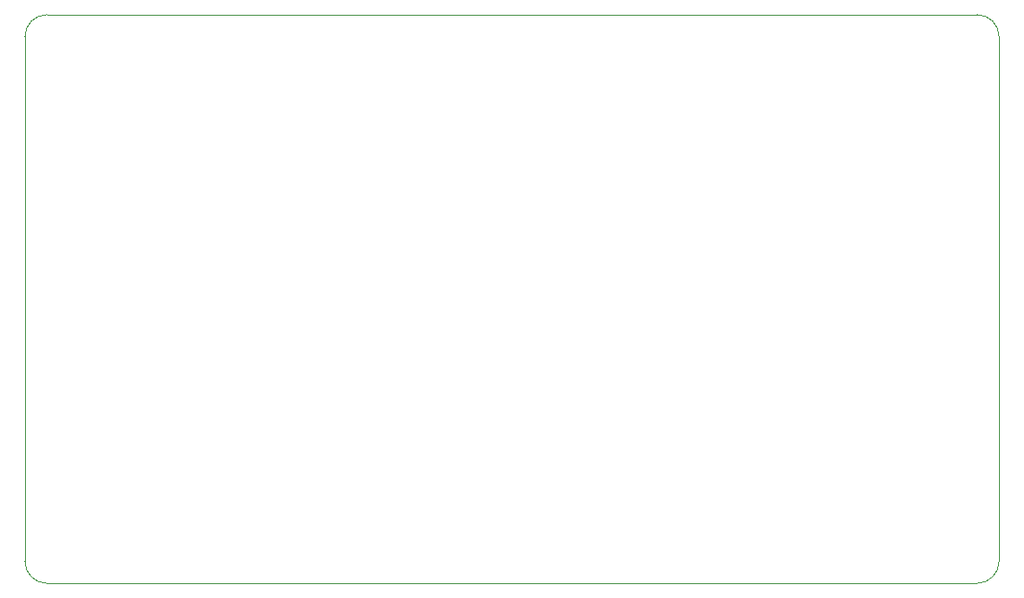
<source format=gbr>
G04 #@! TF.GenerationSoftware,KiCad,Pcbnew,(5.1.9)-1*
G04 #@! TF.CreationDate,2021-03-01T16:48:07-06:00*
G04 #@! TF.ProjectId,SW2,5357322e-6b69-4636-9164-5f7063625858,rev?*
G04 #@! TF.SameCoordinates,Original*
G04 #@! TF.FileFunction,Profile,NP*
%FSLAX46Y46*%
G04 Gerber Fmt 4.6, Leading zero omitted, Abs format (unit mm)*
G04 Created by KiCad (PCBNEW (5.1.9)-1) date 2021-03-01 16:48:07*
%MOMM*%
%LPD*%
G01*
G04 APERTURE LIST*
G04 #@! TA.AperFunction,Profile*
%ADD10C,0.050000*%
G04 #@! TD*
G04 #@! TA.AperFunction,Profile*
%ADD11C,0.100000*%
G04 #@! TD*
G04 APERTURE END LIST*
D10*
X140000000Y-102000000D02*
G75*
G03*
X142000000Y-100000000I0J2000000D01*
G01*
X142000000Y-52000000D02*
G75*
G03*
X140000000Y-50000000I-2000000J0D01*
G01*
X55000000Y-102000000D02*
G75*
G02*
X53000000Y-100000000I0J2000000D01*
G01*
X53000000Y-52000000D02*
G75*
G02*
X55000000Y-50000000I2000000J0D01*
G01*
D11*
X55000000Y-102000000D02*
X140000000Y-102000000D01*
X142000000Y-52000000D02*
X142000000Y-100000000D01*
X55000000Y-50000000D02*
X140000000Y-50000000D01*
X53000000Y-52000000D02*
X53000000Y-100000000D01*
M02*

</source>
